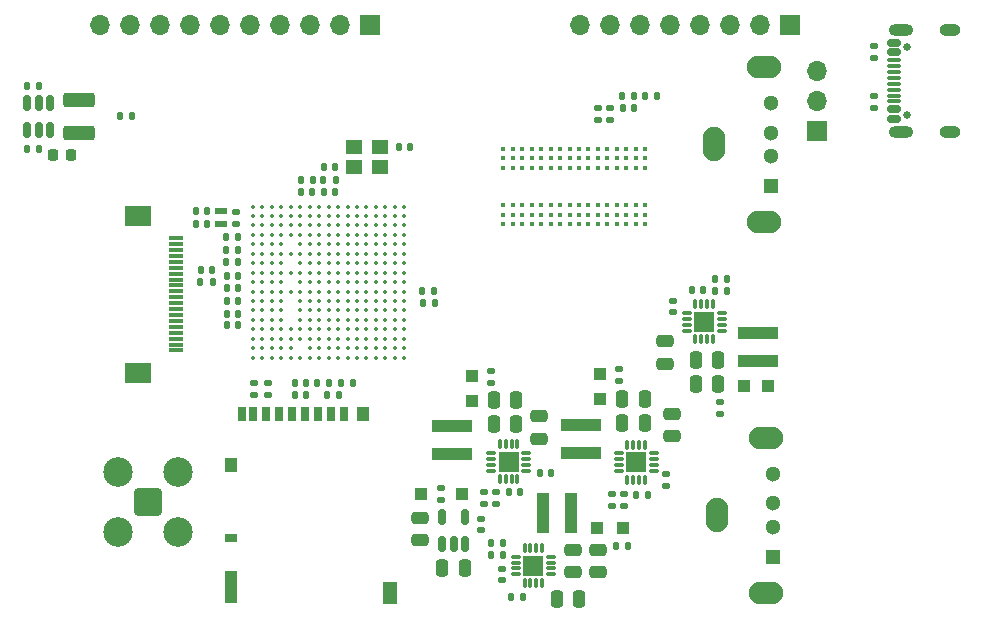
<source format=gbr>
%TF.GenerationSoftware,KiCad,Pcbnew,8.0.2-1*%
%TF.CreationDate,2024-06-14T18:00:13+02:00*%
%TF.ProjectId,hardware,68617264-7761-4726-952e-6b696361645f,rev?*%
%TF.SameCoordinates,Original*%
%TF.FileFunction,Soldermask,Top*%
%TF.FilePolarity,Negative*%
%FSLAX46Y46*%
G04 Gerber Fmt 4.6, Leading zero omitted, Abs format (unit mm)*
G04 Created by KiCad (PCBNEW 8.0.2-1) date 2024-06-14 18:00:13*
%MOMM*%
%LPD*%
G01*
G04 APERTURE LIST*
G04 Aperture macros list*
%AMRoundRect*
0 Rectangle with rounded corners*
0 $1 Rounding radius*
0 $2 $3 $4 $5 $6 $7 $8 $9 X,Y pos of 4 corners*
0 Add a 4 corners polygon primitive as box body*
4,1,4,$2,$3,$4,$5,$6,$7,$8,$9,$2,$3,0*
0 Add four circle primitives for the rounded corners*
1,1,$1+$1,$2,$3*
1,1,$1+$1,$4,$5*
1,1,$1+$1,$6,$7*
1,1,$1+$1,$8,$9*
0 Add four rect primitives between the rounded corners*
20,1,$1+$1,$2,$3,$4,$5,0*
20,1,$1+$1,$4,$5,$6,$7,0*
20,1,$1+$1,$6,$7,$8,$9,0*
20,1,$1+$1,$8,$9,$2,$3,0*%
G04 Aperture macros list end*
%ADD10RoundRect,0.140000X-0.140000X-0.170000X0.140000X-0.170000X0.140000X0.170000X-0.140000X0.170000X0*%
%ADD11C,0.340000*%
%ADD12RoundRect,0.135000X-0.135000X-0.185000X0.135000X-0.185000X0.135000X0.185000X-0.135000X0.185000X0*%
%ADD13RoundRect,0.250000X0.475000X-0.250000X0.475000X0.250000X-0.475000X0.250000X-0.475000X-0.250000X0*%
%ADD14RoundRect,0.250000X-0.250000X-0.475000X0.250000X-0.475000X0.250000X0.475000X-0.250000X0.475000X0*%
%ADD15RoundRect,0.140000X-0.170000X0.140000X-0.170000X-0.140000X0.170000X-0.140000X0.170000X0.140000X0*%
%ADD16RoundRect,0.140000X0.140000X0.170000X-0.140000X0.170000X-0.140000X-0.170000X0.140000X-0.170000X0*%
%ADD17RoundRect,0.250000X-0.475000X0.250000X-0.475000X-0.250000X0.475000X-0.250000X0.475000X0.250000X0*%
%ADD18R,3.400000X0.980000*%
%ADD19R,0.980000X3.400000*%
%ADD20RoundRect,0.135000X0.185000X-0.135000X0.185000X0.135000X-0.185000X0.135000X-0.185000X-0.135000X0*%
%ADD21RoundRect,0.135000X-0.185000X0.135000X-0.185000X-0.135000X0.185000X-0.135000X0.185000X0.135000X0*%
%ADD22RoundRect,0.135000X0.135000X0.185000X-0.135000X0.185000X-0.135000X-0.185000X0.135000X-0.185000X0*%
%ADD23R,1.000000X1.000000*%
%ADD24O,0.850000X0.280000*%
%ADD25O,0.280000X0.850000*%
%ADD26C,0.450000*%
%ADD27R,1.700000X1.700000*%
%ADD28R,1.400000X1.200000*%
%ADD29R,1.000000X0.500000*%
%ADD30R,1.300000X1.300000*%
%ADD31C,1.300000*%
%ADD32O,2.900000X1.900000*%
%ADD33O,1.900000X2.900000*%
%ADD34RoundRect,0.140000X0.170000X-0.140000X0.170000X0.140000X-0.170000X0.140000X-0.170000X-0.140000X0*%
%ADD35C,0.399500*%
%ADD36R,0.700000X1.200000*%
%ADD37R,1.000000X0.800000*%
%ADD38R,1.000000X1.200000*%
%ADD39R,1.000000X2.800000*%
%ADD40R,1.300000X1.900000*%
%ADD41RoundRect,0.250000X0.250000X0.475000X-0.250000X0.475000X-0.250000X-0.475000X0.250000X-0.475000X0*%
%ADD42RoundRect,0.150000X0.150000X-0.512500X0.150000X0.512500X-0.150000X0.512500X-0.150000X-0.512500X0*%
%ADD43RoundRect,0.250000X1.075000X-0.375000X1.075000X0.375000X-1.075000X0.375000X-1.075000X-0.375000X0*%
%ADD44C,0.650000*%
%ADD45RoundRect,0.150000X0.425000X-0.150000X0.425000X0.150000X-0.425000X0.150000X-0.425000X-0.150000X0*%
%ADD46RoundRect,0.075000X0.500000X-0.075000X0.500000X0.075000X-0.500000X0.075000X-0.500000X-0.075000X0*%
%ADD47O,2.100000X1.000000*%
%ADD48O,1.800000X1.000000*%
%ADD49R,1.300000X0.300000*%
%ADD50R,2.200000X1.800000*%
%ADD51O,1.700000X1.700000*%
%ADD52RoundRect,0.225000X-0.225000X-0.250000X0.225000X-0.250000X0.225000X0.250000X-0.225000X0.250000X0*%
%ADD53RoundRect,0.200100X-0.949900X0.949900X-0.949900X-0.949900X0.949900X-0.949900X0.949900X0.949900X0*%
%ADD54C,2.500000*%
G04 APERTURE END LIST*
D10*
%TO.C,C34*%
X97120000Y-94900000D03*
X98080000Y-94900000D03*
%TD*%
D11*
%TO.C,U2*%
X121157200Y-115366000D03*
X120357200Y-115366000D03*
X119557200Y-115366000D03*
X118757200Y-115366000D03*
X117957200Y-115366000D03*
X117157200Y-115366000D03*
X116357200Y-115366000D03*
X115557200Y-115366000D03*
X114757200Y-115366000D03*
X113957200Y-115366000D03*
X113157200Y-115366000D03*
X112357200Y-115366000D03*
X111557200Y-115366000D03*
X110757200Y-115366000D03*
X109957200Y-115366000D03*
X109157200Y-115366000D03*
X108357200Y-115366000D03*
X121157200Y-114566000D03*
X120357200Y-114566000D03*
X119557200Y-114566000D03*
X118757200Y-114566000D03*
X117957200Y-114566000D03*
X117157200Y-114566000D03*
X116357200Y-114566000D03*
X115557200Y-114566000D03*
X114757200Y-114566000D03*
X113957200Y-114566000D03*
X113157200Y-114566000D03*
X111557200Y-114566000D03*
X110757200Y-114566000D03*
X109957200Y-114566000D03*
X109157200Y-114566000D03*
X108357200Y-114566000D03*
X121157200Y-113766000D03*
X120357200Y-113766000D03*
X119557200Y-113766000D03*
X118757200Y-113766000D03*
X117957200Y-113766000D03*
X117157200Y-113766000D03*
X116357200Y-113766000D03*
X115557200Y-113766000D03*
X114757200Y-113766000D03*
X113957200Y-113766000D03*
X113157200Y-113766000D03*
X112357200Y-113766000D03*
X111557200Y-113766000D03*
X110757200Y-113766000D03*
X109957200Y-113766000D03*
X109157200Y-113766000D03*
X108357200Y-113766000D03*
X121157200Y-112966000D03*
X120357200Y-112966000D03*
X119557200Y-112966000D03*
X118757200Y-112966000D03*
X117957200Y-112966000D03*
X117157200Y-112966000D03*
X116357200Y-112966000D03*
X115557200Y-112966000D03*
X114757200Y-112966000D03*
X113957200Y-112966000D03*
X113157200Y-112966000D03*
X112357200Y-112966000D03*
X111557200Y-112966000D03*
X110757200Y-112966000D03*
X109957200Y-112966000D03*
X109157200Y-112966000D03*
X108357200Y-112966000D03*
X121157200Y-112166000D03*
X120357200Y-112166000D03*
X119557200Y-112166000D03*
X118757200Y-112166000D03*
X117957200Y-112166000D03*
X117157200Y-112166000D03*
X116357200Y-112166000D03*
X115557200Y-112166000D03*
X114757200Y-112166000D03*
X113957200Y-112166000D03*
X113157200Y-112166000D03*
X112357200Y-112166000D03*
X110757200Y-112166000D03*
X109957200Y-112166000D03*
X109157200Y-112166000D03*
X108357200Y-112166000D03*
X121157200Y-111366000D03*
X120357200Y-111366000D03*
X119557200Y-111366000D03*
X118757200Y-111366000D03*
X117957200Y-111366000D03*
X117157200Y-111366000D03*
X116357200Y-111366000D03*
X115557200Y-111366000D03*
X114757200Y-111366000D03*
X113957200Y-111366000D03*
X113157200Y-111366000D03*
X112357200Y-111366000D03*
X110757200Y-111366000D03*
X109957200Y-111366000D03*
X109157200Y-111366000D03*
X108357200Y-111366000D03*
X121157200Y-110566000D03*
X120357200Y-110566000D03*
X119557200Y-110566000D03*
X118757200Y-110566000D03*
X117957200Y-110566000D03*
X117157200Y-110566000D03*
X116357200Y-110566000D03*
X115557200Y-110566000D03*
X114757200Y-110566000D03*
X113957200Y-110566000D03*
X113157200Y-110566000D03*
X112357200Y-110566000D03*
X110757200Y-110566000D03*
X109957200Y-110566000D03*
X109157200Y-110566000D03*
X108357200Y-110566000D03*
X121157200Y-109766000D03*
X120357200Y-109766000D03*
X119557200Y-109766000D03*
X118757200Y-109766000D03*
X117957200Y-109766000D03*
X117157200Y-109766000D03*
X116357200Y-109766000D03*
X115557200Y-109766000D03*
X114757200Y-109766000D03*
X113957200Y-109766000D03*
X113157200Y-109766000D03*
X112357200Y-109766000D03*
X111557200Y-109766000D03*
X110757200Y-109766000D03*
X109957200Y-109766000D03*
X109157200Y-109766000D03*
X108357200Y-109766000D03*
X121157200Y-108966000D03*
X120357200Y-108966000D03*
X119557200Y-108966000D03*
X118757200Y-108966000D03*
X117957200Y-108966000D03*
X117157200Y-108966000D03*
X116357200Y-108966000D03*
X115557200Y-108966000D03*
X114757200Y-108966000D03*
X113957200Y-108966000D03*
X113157200Y-108966000D03*
X112357200Y-108966000D03*
X110757200Y-108966000D03*
X109957200Y-108966000D03*
X109157200Y-108966000D03*
X108357200Y-108966000D03*
X121157200Y-108166000D03*
X120357200Y-108166000D03*
X119557200Y-108166000D03*
X118757200Y-108166000D03*
X117957200Y-108166000D03*
X117157200Y-108166000D03*
X116357200Y-108166000D03*
X115557200Y-108166000D03*
X114757200Y-108166000D03*
X113957200Y-108166000D03*
X113157200Y-108166000D03*
X112357200Y-108166000D03*
X111557200Y-108166000D03*
X110757200Y-108166000D03*
X109957200Y-108166000D03*
X109157200Y-108166000D03*
X108357200Y-108166000D03*
X121157200Y-107366000D03*
X120357200Y-107366000D03*
X119557200Y-107366000D03*
X118757200Y-107366000D03*
X117957200Y-107366000D03*
X117157200Y-107366000D03*
X116357200Y-107366000D03*
X115557200Y-107366000D03*
X114757200Y-107366000D03*
X113957200Y-107366000D03*
X113157200Y-107366000D03*
X112357200Y-107366000D03*
X110757200Y-107366000D03*
X109957200Y-107366000D03*
X109157200Y-107366000D03*
X108357200Y-107366000D03*
X121157200Y-106566000D03*
X120357200Y-106566000D03*
X119557200Y-106566000D03*
X118757200Y-106566000D03*
X117957200Y-106566000D03*
X117157200Y-106566000D03*
X116357200Y-106566000D03*
X115557200Y-106566000D03*
X114757200Y-106566000D03*
X113957200Y-106566000D03*
X113157200Y-106566000D03*
X112357200Y-106566000D03*
X111557200Y-106566000D03*
X110757200Y-106566000D03*
X109957200Y-106566000D03*
X109157200Y-106566000D03*
X108357200Y-106566000D03*
X121157200Y-105766000D03*
X120357200Y-105766000D03*
X119557200Y-105766000D03*
X118757200Y-105766000D03*
X117957200Y-105766000D03*
X117157200Y-105766000D03*
X116357200Y-105766000D03*
X115557200Y-105766000D03*
X114757200Y-105766000D03*
X113957200Y-105766000D03*
X113157200Y-105766000D03*
X112357200Y-105766000D03*
X110757200Y-105766000D03*
X109957200Y-105766000D03*
X109157200Y-105766000D03*
X108357200Y-105766000D03*
X121157200Y-104966000D03*
X120357200Y-104966000D03*
X119557200Y-104966000D03*
X118757200Y-104966000D03*
X117957200Y-104966000D03*
X117157200Y-104966000D03*
X116357200Y-104966000D03*
X115557200Y-104966000D03*
X114757200Y-104966000D03*
X113957200Y-104966000D03*
X113157200Y-104966000D03*
X112357200Y-104966000D03*
X111557200Y-104966000D03*
X110757200Y-104966000D03*
X109957200Y-104966000D03*
X109157200Y-104966000D03*
X108357200Y-104966000D03*
X121157200Y-104166000D03*
X120357200Y-104166000D03*
X119557200Y-104166000D03*
X118757200Y-104166000D03*
X117957200Y-104166000D03*
X117157200Y-104166000D03*
X116357200Y-104166000D03*
X115557200Y-104166000D03*
X114757200Y-104166000D03*
X113957200Y-104166000D03*
X113157200Y-104166000D03*
X112357200Y-104166000D03*
X111557200Y-104166000D03*
X110757200Y-104166000D03*
X109957200Y-104166000D03*
X109157200Y-104166000D03*
X108357200Y-104166000D03*
X121157200Y-103366000D03*
X120357200Y-103366000D03*
X119557200Y-103366000D03*
X118757200Y-103366000D03*
X117957200Y-103366000D03*
X117157200Y-103366000D03*
X116357200Y-103366000D03*
X115557200Y-103366000D03*
X114757200Y-103366000D03*
X113957200Y-103366000D03*
X113157200Y-103366000D03*
X112357200Y-103366000D03*
X111557200Y-103366000D03*
X110757200Y-103366000D03*
X109957200Y-103366000D03*
X109157200Y-103366000D03*
X108357200Y-103366000D03*
X121157200Y-102566000D03*
X120357200Y-102566000D03*
X119557200Y-102566000D03*
X118757200Y-102566000D03*
X117957200Y-102566000D03*
X117157200Y-102566000D03*
X116357200Y-102566000D03*
X115557200Y-102566000D03*
X114757200Y-102566000D03*
X113957200Y-102566000D03*
X113157200Y-102566000D03*
X112357200Y-102566000D03*
X111557200Y-102566000D03*
X110757200Y-102566000D03*
X109957200Y-102566000D03*
X109157200Y-102566000D03*
X108357200Y-102566000D03*
%TD*%
D12*
%TO.C,R1*%
X139634500Y-93179900D03*
X140654500Y-93179900D03*
%TD*%
%TO.C,R2*%
X141579100Y-93176000D03*
X142599100Y-93176000D03*
%TD*%
D10*
%TO.C,C4*%
X112410300Y-101295200D03*
X113370300Y-101295200D03*
%TD*%
%TO.C,C5*%
X114353400Y-101295200D03*
X115313400Y-101295200D03*
%TD*%
D12*
%TO.C,R4*%
X112383480Y-100277840D03*
X113403480Y-100277840D03*
%TD*%
%TO.C,R5*%
X114323400Y-100279200D03*
X115343400Y-100279200D03*
%TD*%
D13*
%TO.C,C11*%
X132575300Y-122222300D03*
X132575300Y-120322300D03*
%TD*%
D10*
%TO.C,C12*%
X129999800Y-126771400D03*
X130959800Y-126771400D03*
%TD*%
%TO.C,C13*%
X132616000Y-125145800D03*
X133576000Y-125145800D03*
%TD*%
D14*
%TO.C,C14*%
X128742400Y-121018300D03*
X130642400Y-121018300D03*
%TD*%
%TO.C,C15*%
X128742400Y-118986300D03*
X130642400Y-118986300D03*
%TD*%
D13*
%TO.C,C16*%
X143840200Y-122031800D03*
X143840200Y-120131800D03*
%TD*%
D14*
%TO.C,C17*%
X134091600Y-135763000D03*
X135991600Y-135763000D03*
%TD*%
D10*
%TO.C,C18*%
X140820200Y-126949200D03*
X141780200Y-126949200D03*
%TD*%
D15*
%TO.C,C19*%
X143319500Y-125250000D03*
X143319500Y-126210000D03*
%TD*%
%TO.C,C20*%
X129463800Y-133225600D03*
X129463800Y-134185600D03*
%TD*%
D16*
%TO.C,C21*%
X131191000Y-135585200D03*
X130231000Y-135585200D03*
%TD*%
D14*
%TO.C,C22*%
X139608520Y-118872000D03*
X141508520Y-118872000D03*
%TD*%
D17*
%TO.C,C23*%
X135483600Y-131612600D03*
X135483600Y-133512600D03*
%TD*%
D14*
%TO.C,C24*%
X139613600Y-120904000D03*
X141513600Y-120904000D03*
%TD*%
D17*
%TO.C,C25*%
X137541000Y-131612600D03*
X137541000Y-133512600D03*
%TD*%
D18*
%TO.C,L2*%
X125234700Y-123545600D03*
X125234700Y-121175600D03*
%TD*%
%TO.C,L3*%
X136118600Y-123435200D03*
X136118600Y-121065200D03*
%TD*%
D19*
%TO.C,L4*%
X132927000Y-128473200D03*
X135297000Y-128473200D03*
%TD*%
D20*
%TO.C,R11*%
X138734800Y-127891000D03*
X138734800Y-126871000D03*
%TD*%
D21*
%TO.C,R12*%
X139750800Y-126871000D03*
X139750800Y-127891000D03*
%TD*%
D12*
%TO.C,R13*%
X128496600Y-131038600D03*
X129516600Y-131038600D03*
%TD*%
D21*
%TO.C,R16*%
X128473200Y-116457000D03*
X128473200Y-117477000D03*
%TD*%
%TO.C,R17*%
X139344400Y-116330000D03*
X139344400Y-117350000D03*
%TD*%
D22*
%TO.C,R18*%
X140083000Y-131343400D03*
X139063000Y-131343400D03*
%TD*%
D23*
%TO.C,TP6*%
X126898400Y-118999000D03*
%TD*%
%TO.C,TP11*%
X137744200Y-118872000D03*
%TD*%
%TO.C,TP12*%
X137515600Y-129743200D03*
%TD*%
%TO.C,TP13*%
X126898400Y-116903500D03*
%TD*%
%TO.C,TP15*%
X137744200Y-116763800D03*
%TD*%
%TO.C,TP16*%
X139649200Y-129743200D03*
%TD*%
D24*
%TO.C,U4*%
X128521460Y-123417900D03*
X128521460Y-123917900D03*
X128521460Y-124417900D03*
X128521460Y-124917900D03*
D25*
X129247200Y-125643640D03*
X129747200Y-125643640D03*
X130247200Y-125643640D03*
X130747200Y-125643640D03*
D24*
X131472940Y-124917900D03*
X131472940Y-124417900D03*
X131472940Y-123917900D03*
X131472940Y-123417900D03*
D25*
X130747200Y-122692160D03*
X130247200Y-122692160D03*
X129747200Y-122692160D03*
X129247200Y-122692160D03*
D26*
X129497200Y-123667900D03*
X129497200Y-124667900D03*
X129997200Y-124167900D03*
D27*
X129997200Y-124167900D03*
D26*
X130497200Y-123667900D03*
X130497200Y-124667900D03*
%TD*%
D24*
%TO.C,U5*%
X139324080Y-123470160D03*
X139324080Y-123970160D03*
X139324080Y-124470160D03*
X139324080Y-124970160D03*
D25*
X140049820Y-125695900D03*
X140549820Y-125695900D03*
X141049820Y-125695900D03*
X141549820Y-125695900D03*
D24*
X142275560Y-124970160D03*
X142275560Y-124470160D03*
X142275560Y-123970160D03*
X142275560Y-123470160D03*
D25*
X141549820Y-122744420D03*
X141049820Y-122744420D03*
X140549820Y-122744420D03*
X140049820Y-122744420D03*
D26*
X140299820Y-123720160D03*
X140299820Y-124720160D03*
X140799820Y-124220160D03*
D27*
X140799820Y-124220160D03*
D26*
X141299820Y-123720160D03*
X141299820Y-124720160D03*
%TD*%
D25*
%TO.C,U6*%
X132850320Y-131483100D03*
X132350320Y-131483100D03*
X131850320Y-131483100D03*
X131350320Y-131483100D03*
D24*
X130624580Y-132208840D03*
X130624580Y-132708840D03*
X130624580Y-133208840D03*
X130624580Y-133708840D03*
D25*
X131350320Y-134434580D03*
X131850320Y-134434580D03*
X132350320Y-134434580D03*
X132850320Y-134434580D03*
D24*
X133576060Y-133708840D03*
X133576060Y-133208840D03*
X133576060Y-132708840D03*
X133576060Y-132208840D03*
D26*
X132600320Y-132458840D03*
X131600320Y-132458840D03*
X132100320Y-132958840D03*
D27*
X132100320Y-132958840D03*
D26*
X132600320Y-133458840D03*
X131600320Y-133458840D03*
%TD*%
D14*
%TO.C,C26*%
X124373600Y-133200000D03*
X126273600Y-133200000D03*
%TD*%
D15*
%TO.C,C27*%
X127685800Y-128983800D03*
X127685800Y-129943800D03*
%TD*%
D17*
%TO.C,C28*%
X122453400Y-128920200D03*
X122453400Y-130820200D03*
%TD*%
D21*
%TO.C,R19*%
X124300000Y-126390000D03*
X124300000Y-127410000D03*
%TD*%
D23*
%TO.C,TP17*%
X126009400Y-126900000D03*
%TD*%
%TO.C,TP18*%
X122600000Y-126900000D03*
%TD*%
D16*
%TO.C,C29*%
X107109200Y-111633000D03*
X106149200Y-111633000D03*
%TD*%
%TO.C,C30*%
X107109200Y-112623600D03*
X106149200Y-112623600D03*
%TD*%
%TO.C,C33*%
X107058400Y-107300000D03*
X106098400Y-107300000D03*
%TD*%
D28*
%TO.C,Y1*%
X116933800Y-99249600D03*
X119133800Y-99249600D03*
X119133800Y-97549600D03*
X116933800Y-97549600D03*
%TD*%
D10*
%TO.C,C95*%
X103497440Y-104063800D03*
X104457440Y-104063800D03*
%TD*%
%TO.C,C96*%
X103497440Y-102961440D03*
X104457440Y-102961440D03*
%TD*%
%TO.C,C97*%
X120685680Y-97530920D03*
X121645680Y-97530920D03*
%TD*%
D16*
%TO.C,C98*%
X115318480Y-99247960D03*
X114358480Y-99247960D03*
%TD*%
D10*
%TO.C,C100*%
X106098400Y-106217720D03*
X107058400Y-106217720D03*
%TD*%
D16*
%TO.C,C101*%
X107109200Y-110540800D03*
X106149200Y-110540800D03*
%TD*%
%TO.C,C103*%
X107083800Y-109474000D03*
X106123800Y-109474000D03*
%TD*%
%TO.C,C104*%
X107083800Y-108483400D03*
X106123800Y-108483400D03*
%TD*%
D20*
%TO.C,R29*%
X106928920Y-104015000D03*
X106928920Y-102995000D03*
%TD*%
D29*
%TO.C,Y2*%
X105640840Y-104060160D03*
X105640840Y-102960160D03*
%TD*%
D30*
%TO.C,J2*%
X152385000Y-132200000D03*
D31*
X152385000Y-129700000D03*
X152385000Y-127700000D03*
X152385000Y-125200000D03*
D32*
X151785000Y-135270000D03*
D33*
X147605000Y-128700000D03*
D32*
X151785000Y-122130000D03*
%TD*%
D12*
%TO.C,R27*%
X122781600Y-110744000D03*
X123801600Y-110744000D03*
%TD*%
%TO.C,R28*%
X122629200Y-109728000D03*
X123649200Y-109728000D03*
%TD*%
D34*
%TO.C,C3*%
X138569700Y-95222000D03*
X138569700Y-94262000D03*
%TD*%
D21*
%TO.C,R3*%
X137566400Y-94232000D03*
X137566400Y-95252000D03*
%TD*%
D35*
%TO.C,U1*%
X129553200Y-104063200D03*
X129553200Y-103263200D03*
X129553200Y-102463200D03*
X129553200Y-99263200D03*
X129553200Y-98463200D03*
X129553200Y-97663200D03*
X130353200Y-104063200D03*
X130353200Y-103263200D03*
X130353200Y-102463200D03*
X130353200Y-99263200D03*
X130353200Y-98463200D03*
X130353200Y-97663200D03*
X131153200Y-104063200D03*
X131153200Y-103263200D03*
X131153200Y-102463200D03*
X131153200Y-99263200D03*
X131153200Y-98463200D03*
X131153200Y-97663200D03*
X131953200Y-104063200D03*
X131953200Y-103263200D03*
X131953200Y-102463200D03*
X131953200Y-99263200D03*
X131953200Y-98463200D03*
X131953200Y-97663200D03*
X132753200Y-104063200D03*
X132753200Y-103263200D03*
X132753200Y-102463200D03*
X132753200Y-99263200D03*
X132753200Y-98463200D03*
X132753200Y-97663200D03*
X133553200Y-104063200D03*
X133553200Y-103263200D03*
X133553200Y-102463200D03*
X133553200Y-99263200D03*
X133553200Y-98463200D03*
X133553200Y-97663200D03*
X134353200Y-104063200D03*
X134353200Y-103263200D03*
X134353200Y-102463200D03*
X134353200Y-99263200D03*
X134353200Y-98463200D03*
X134353200Y-97663200D03*
X135153200Y-104063200D03*
X135153200Y-103263200D03*
X135153200Y-102463200D03*
X135153200Y-99263200D03*
X135153200Y-98463200D03*
X135153200Y-97663200D03*
X135953200Y-104063200D03*
X135953200Y-103263200D03*
X135953200Y-102463200D03*
X135953200Y-99263200D03*
X135953200Y-98463200D03*
X135953200Y-97663200D03*
X136753200Y-104063200D03*
X136753200Y-103263200D03*
X136753200Y-102463200D03*
X136753200Y-99263200D03*
X136753200Y-98463200D03*
X136753200Y-97663200D03*
X137553200Y-104063200D03*
X137553200Y-103263200D03*
X137553200Y-102463200D03*
X137553200Y-99263200D03*
X137553200Y-98463200D03*
X137553200Y-97663200D03*
X138353200Y-104063200D03*
X138353200Y-103263200D03*
X138353200Y-102463200D03*
X138353200Y-99263200D03*
X138353200Y-98463200D03*
X138353200Y-97663200D03*
X139153200Y-104063200D03*
X139153200Y-103263200D03*
X139153200Y-102463200D03*
X139153200Y-99263200D03*
X139153200Y-98463200D03*
X139153200Y-97663200D03*
X139953200Y-104063200D03*
X139953200Y-103263200D03*
X139953200Y-102463200D03*
X139953200Y-99263200D03*
X139953200Y-98463200D03*
X139953200Y-97663200D03*
X140753200Y-104063200D03*
X140753200Y-103263200D03*
X140753200Y-102463200D03*
X140753200Y-99263200D03*
X140753200Y-98463200D03*
X140753200Y-97663200D03*
X141553200Y-104063200D03*
X141553200Y-103263200D03*
X141553200Y-102463200D03*
X141553200Y-99263200D03*
X141553200Y-98463200D03*
X141553200Y-97663200D03*
%TD*%
D30*
%TO.C,J3*%
X152200000Y-100800000D03*
D31*
X152200000Y-98300000D03*
X152200000Y-96300000D03*
X152200000Y-93800000D03*
D32*
X151600000Y-103870000D03*
D33*
X147420000Y-97300000D03*
D32*
X151600000Y-90730000D03*
%TD*%
D20*
%TO.C,R9*%
X127914400Y-127789400D03*
X127914400Y-126769400D03*
%TD*%
D21*
%TO.C,R10*%
X128930400Y-126769400D03*
X128930400Y-127789400D03*
%TD*%
D22*
%TO.C,R31*%
X107101100Y-105143300D03*
X106081100Y-105143300D03*
%TD*%
D16*
%TO.C,C102*%
X104922260Y-107927140D03*
X103962260Y-107927140D03*
%TD*%
D12*
%TO.C,R32*%
X103909400Y-108915200D03*
X104929400Y-108915200D03*
%TD*%
D16*
%TO.C,C93*%
X112860000Y-118500000D03*
X111900000Y-118500000D03*
%TD*%
%TO.C,C94*%
X112860000Y-117500000D03*
X111900000Y-117500000D03*
%TD*%
D36*
%TO.C,J1*%
X116084400Y-120164000D03*
X114984400Y-120164000D03*
X113884400Y-120164000D03*
X112784400Y-120164000D03*
X111684400Y-120164000D03*
X110584400Y-120164000D03*
X109484400Y-120164000D03*
X108384400Y-120164000D03*
X107434400Y-120164000D03*
D37*
X106484400Y-130664000D03*
D38*
X106484400Y-124464000D03*
D39*
X106484400Y-134814000D03*
D38*
X117634400Y-120164000D03*
D40*
X119984400Y-135264000D03*
%TD*%
D18*
%TO.C,L1*%
X151130000Y-113242000D03*
X151130000Y-115612000D03*
%TD*%
D41*
%TO.C,C9*%
X147762000Y-115544600D03*
X145862000Y-115544600D03*
%TD*%
D24*
%TO.C,U3*%
X148033740Y-113078960D03*
X148033740Y-112578960D03*
X148033740Y-112078960D03*
X148033740Y-111578960D03*
D25*
X147308000Y-110853220D03*
X146808000Y-110853220D03*
X146308000Y-110853220D03*
X145808000Y-110853220D03*
D24*
X145082260Y-111578960D03*
X145082260Y-112078960D03*
X145082260Y-112578960D03*
X145082260Y-113078960D03*
D25*
X145808000Y-113804700D03*
X146308000Y-113804700D03*
X146808000Y-113804700D03*
X147308000Y-113804700D03*
D26*
X147058000Y-112828960D03*
X147058000Y-111828960D03*
X146558000Y-112328960D03*
D27*
X146558000Y-112328960D03*
D26*
X146058000Y-112828960D03*
X146058000Y-111828960D03*
%TD*%
D22*
%TO.C,R7*%
X148465000Y-108737400D03*
X147445000Y-108737400D03*
%TD*%
D12*
%TO.C,R8*%
X147445000Y-109728000D03*
X148465000Y-109728000D03*
%TD*%
D20*
%TO.C,R15*%
X147878800Y-120169400D03*
X147878800Y-119149400D03*
%TD*%
D23*
%TO.C,TP3*%
X149885400Y-117800000D03*
%TD*%
%TO.C,TP14*%
X152000000Y-117800000D03*
%TD*%
D41*
%TO.C,C10*%
X147762000Y-117602000D03*
X145862000Y-117602000D03*
%TD*%
D17*
%TO.C,C6*%
X143230600Y-113985000D03*
X143230600Y-115885000D03*
%TD*%
D16*
%TO.C,C7*%
X146453800Y-109626400D03*
X145493800Y-109626400D03*
%TD*%
D34*
%TO.C,C8*%
X143891000Y-111528800D03*
X143891000Y-110568800D03*
%TD*%
D10*
%TO.C,C1*%
X139664500Y-94183200D03*
X140624500Y-94183200D03*
%TD*%
D42*
%TO.C,U7*%
X124383760Y-131149940D03*
X125333760Y-131149940D03*
X126283760Y-131149940D03*
X126283760Y-128874940D03*
X124383760Y-128874940D03*
%TD*%
D22*
%TO.C,R14*%
X129516600Y-132054600D03*
X128496600Y-132054600D03*
%TD*%
D20*
%TO.C,R41*%
X108400000Y-118510000D03*
X108400000Y-117490000D03*
%TD*%
D22*
%TO.C,R25*%
X115610000Y-118500000D03*
X114590000Y-118500000D03*
%TD*%
D43*
%TO.C,L6*%
X93600000Y-96375000D03*
X93600000Y-93575000D03*
%TD*%
D20*
%TO.C,R42*%
X109600000Y-118510000D03*
X109600000Y-117490000D03*
%TD*%
D22*
%TO.C,R24*%
X116810000Y-117500000D03*
X115790000Y-117500000D03*
%TD*%
D44*
%TO.C,J5*%
X163720000Y-94810000D03*
X163720000Y-89030000D03*
D45*
X162645000Y-95120000D03*
X162645000Y-94320000D03*
D46*
X162645000Y-93170000D03*
X162645000Y-92170000D03*
X162645000Y-91670000D03*
X162645000Y-90670000D03*
D45*
X162645000Y-89520000D03*
X162645000Y-88720000D03*
X162645000Y-88720000D03*
X162645000Y-89520000D03*
D46*
X162645000Y-90170000D03*
X162645000Y-91170000D03*
X162645000Y-92670000D03*
X162645000Y-93670000D03*
D45*
X162645000Y-94320000D03*
X162645000Y-95120000D03*
D47*
X163220000Y-96240000D03*
D48*
X167400000Y-96240000D03*
D47*
X163220000Y-87600000D03*
D48*
X167400000Y-87600000D03*
%TD*%
D49*
%TO.C,J8*%
X101850000Y-105250000D03*
X101850000Y-105750000D03*
X101850000Y-106250000D03*
X101850000Y-106750000D03*
X101850000Y-107250000D03*
X101850000Y-107750000D03*
X101850000Y-108250000D03*
X101850000Y-108750000D03*
X101850000Y-109250000D03*
X101850000Y-109750000D03*
X101850000Y-110250000D03*
X101850000Y-110750000D03*
X101850000Y-111250000D03*
X101850000Y-111750000D03*
X101850000Y-112250000D03*
X101850000Y-112750000D03*
X101850000Y-113250000D03*
X101850000Y-113750000D03*
X101850000Y-114250000D03*
X101850000Y-114750000D03*
D50*
X98600000Y-103350000D03*
X98600000Y-116650000D03*
%TD*%
D20*
%TO.C,R43*%
X160900000Y-94210000D03*
X160900000Y-93190000D03*
%TD*%
D12*
%TO.C,R20*%
X89190000Y-92375000D03*
X90210000Y-92375000D03*
%TD*%
D27*
%TO.C,J10*%
X156100000Y-96200000D03*
D51*
X156100000Y-93660000D03*
X156100000Y-91120000D03*
%TD*%
D22*
%TO.C,R21*%
X90210000Y-97700000D03*
X89190000Y-97700000D03*
%TD*%
D21*
%TO.C,R44*%
X160900000Y-88990000D03*
X160900000Y-90010000D03*
%TD*%
D22*
%TO.C,R22*%
X114810000Y-117500000D03*
X113790000Y-117500000D03*
%TD*%
D52*
%TO.C,C35*%
X91425000Y-98175000D03*
X92975000Y-98175000D03*
%TD*%
D42*
%TO.C,U9*%
X89250000Y-96112500D03*
X90200000Y-96112500D03*
X91150000Y-96112500D03*
X91150000Y-93837500D03*
X90200000Y-93837500D03*
X89250000Y-93837500D03*
%TD*%
D27*
%TO.C,J6*%
X118280000Y-87200000D03*
D51*
X115740000Y-87200000D03*
X113200000Y-87200000D03*
X110660000Y-87200000D03*
X108120000Y-87200000D03*
X105580000Y-87200000D03*
X103040000Y-87200000D03*
X100500000Y-87200000D03*
X97960000Y-87200000D03*
X95420000Y-87200000D03*
%TD*%
D27*
%TO.C,J4*%
X153860000Y-87200000D03*
D51*
X151320000Y-87200000D03*
X148780000Y-87200000D03*
X146240000Y-87200000D03*
X143700000Y-87200000D03*
X141160000Y-87200000D03*
X138620000Y-87200000D03*
X136080000Y-87200000D03*
%TD*%
D53*
%TO.C,J7*%
X99500000Y-127600000D03*
D54*
X102040000Y-125060000D03*
X96960000Y-125060000D03*
X102040000Y-130140000D03*
X96960000Y-130140000D03*
%TD*%
M02*

</source>
